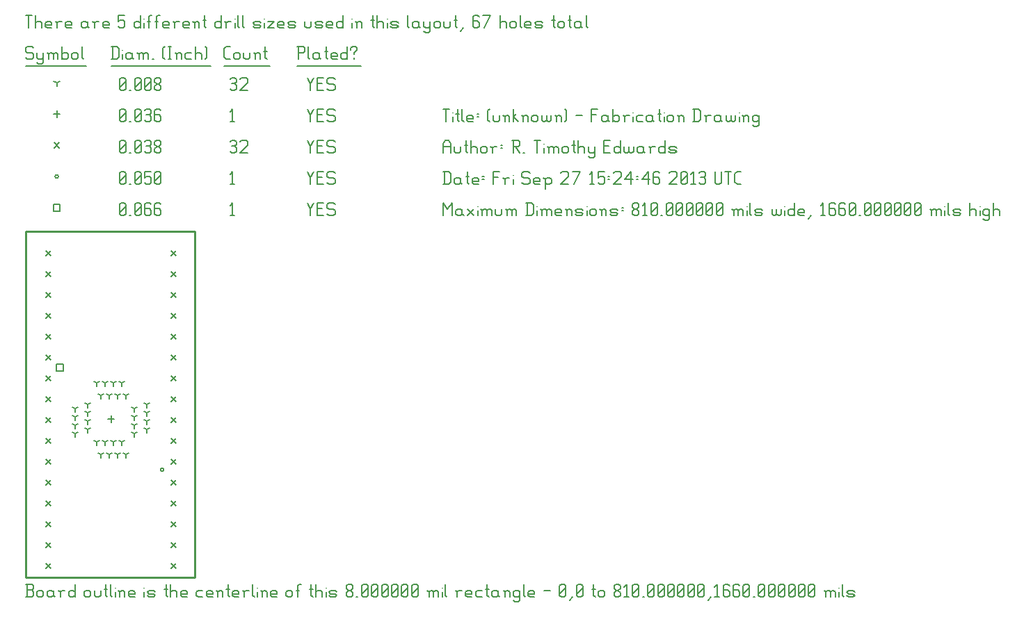
<source format=gbr>
G04 start of page 8 for group -3984 idx -3984 *
G04 Title: (unknown), fab *
G04 Creator: pcb 1.99z *
G04 CreationDate: Fri Sep 27 15:24:46 2013 UTC *
G04 For: tim *
G04 Format: Gerber/RS-274X *
G04 PCB-Dimensions (mil): 810.00 1660.00 *
G04 PCB-Coordinate-Origin: lower left *
%MOIN*%
%FSLAX25Y25*%
%LNFAB*%
%ADD54C,0.0100*%
%ADD53C,0.0075*%
%ADD52C,0.0060*%
%ADD51C,0.0080*%
G54D51*X14900Y102100D02*X18100D01*
X14900D02*Y98900D01*
X18100D01*
Y102100D02*Y98900D01*
X13400Y178850D02*X16600D01*
X13400D02*Y175650D01*
X16600D01*
Y178850D02*Y175650D01*
G54D52*X135000Y179500D02*X136500Y176500D01*
X138000Y179500D01*
X136500Y176500D02*Y173500D01*
X139800Y176800D02*X142050D01*
X139800Y173500D02*X142800D01*
X139800Y179500D02*Y173500D01*
Y179500D02*X142800D01*
X147600D02*X148350Y178750D01*
X145350Y179500D02*X147600D01*
X144600Y178750D02*X145350Y179500D01*
X144600Y178750D02*Y177250D01*
X145350Y176500D01*
X147600D01*
X148350Y175750D01*
Y174250D01*
X147600Y173500D02*X148350Y174250D01*
X145350Y173500D02*X147600D01*
X144600Y174250D02*X145350Y173500D01*
X98000Y178300D02*X99200Y179500D01*
Y173500D01*
X98000D02*X100250D01*
X45000Y174250D02*X45750Y173500D01*
X45000Y178750D02*Y174250D01*
Y178750D02*X45750Y179500D01*
X47250D01*
X48000Y178750D01*
Y174250D01*
X47250Y173500D02*X48000Y174250D01*
X45750Y173500D02*X47250D01*
X45000Y175000D02*X48000Y178000D01*
X49800Y173500D02*X50550D01*
X52350Y174250D02*X53100Y173500D01*
X52350Y178750D02*Y174250D01*
Y178750D02*X53100Y179500D01*
X54600D01*
X55350Y178750D01*
Y174250D01*
X54600Y173500D02*X55350Y174250D01*
X53100Y173500D02*X54600D01*
X52350Y175000D02*X55350Y178000D01*
X59400Y179500D02*X60150Y178750D01*
X57900Y179500D02*X59400D01*
X57150Y178750D02*X57900Y179500D01*
X57150Y178750D02*Y174250D01*
X57900Y173500D01*
X59400Y176800D02*X60150Y176050D01*
X57150Y176800D02*X59400D01*
X57900Y173500D02*X59400D01*
X60150Y174250D01*
Y176050D02*Y174250D01*
X64200Y179500D02*X64950Y178750D01*
X62700Y179500D02*X64200D01*
X61950Y178750D02*X62700Y179500D01*
X61950Y178750D02*Y174250D01*
X62700Y173500D01*
X64200Y176800D02*X64950Y176050D01*
X61950Y176800D02*X64200D01*
X62700Y173500D02*X64200D01*
X64950Y174250D01*
Y176050D02*Y174250D01*
X64700Y51500D02*G75*G03X66300Y51500I800J0D01*G01*
G75*G03X64700Y51500I-800J0D01*G01*
X14200Y192250D02*G75*G03X15800Y192250I800J0D01*G01*
G75*G03X14200Y192250I-800J0D01*G01*
X135000Y194500D02*X136500Y191500D01*
X138000Y194500D01*
X136500Y191500D02*Y188500D01*
X139800Y191800D02*X142050D01*
X139800Y188500D02*X142800D01*
X139800Y194500D02*Y188500D01*
Y194500D02*X142800D01*
X147600D02*X148350Y193750D01*
X145350Y194500D02*X147600D01*
X144600Y193750D02*X145350Y194500D01*
X144600Y193750D02*Y192250D01*
X145350Y191500D01*
X147600D01*
X148350Y190750D01*
Y189250D01*
X147600Y188500D02*X148350Y189250D01*
X145350Y188500D02*X147600D01*
X144600Y189250D02*X145350Y188500D01*
X98000Y193300D02*X99200Y194500D01*
Y188500D01*
X98000D02*X100250D01*
X45000Y189250D02*X45750Y188500D01*
X45000Y193750D02*Y189250D01*
Y193750D02*X45750Y194500D01*
X47250D01*
X48000Y193750D01*
Y189250D01*
X47250Y188500D02*X48000Y189250D01*
X45750Y188500D02*X47250D01*
X45000Y190000D02*X48000Y193000D01*
X49800Y188500D02*X50550D01*
X52350Y189250D02*X53100Y188500D01*
X52350Y193750D02*Y189250D01*
Y193750D02*X53100Y194500D01*
X54600D01*
X55350Y193750D01*
Y189250D01*
X54600Y188500D02*X55350Y189250D01*
X53100Y188500D02*X54600D01*
X52350Y190000D02*X55350Y193000D01*
X57150Y194500D02*X60150D01*
X57150D02*Y191500D01*
X57900Y192250D01*
X59400D01*
X60150Y191500D01*
Y189250D01*
X59400Y188500D02*X60150Y189250D01*
X57900Y188500D02*X59400D01*
X57150Y189250D02*X57900Y188500D01*
X61950Y189250D02*X62700Y188500D01*
X61950Y193750D02*Y189250D01*
Y193750D02*X62700Y194500D01*
X64200D01*
X64950Y193750D01*
Y189250D01*
X64200Y188500D02*X64950Y189250D01*
X62700Y188500D02*X64200D01*
X61950Y190000D02*X64950Y193000D01*
X9800Y156700D02*X12200Y154300D01*
X9800D02*X12200Y156700D01*
X9800Y146700D02*X12200Y144300D01*
X9800D02*X12200Y146700D01*
X9800Y136700D02*X12200Y134300D01*
X9800D02*X12200Y136700D01*
X9800Y126700D02*X12200Y124300D01*
X9800D02*X12200Y126700D01*
X9800Y116700D02*X12200Y114300D01*
X9800D02*X12200Y116700D01*
X9800Y106700D02*X12200Y104300D01*
X9800D02*X12200Y106700D01*
X9800Y96700D02*X12200Y94300D01*
X9800D02*X12200Y96700D01*
X9800Y86700D02*X12200Y84300D01*
X9800D02*X12200Y86700D01*
X9800Y76700D02*X12200Y74300D01*
X9800D02*X12200Y76700D01*
X9800Y66700D02*X12200Y64300D01*
X9800D02*X12200Y66700D01*
X9800Y56700D02*X12200Y54300D01*
X9800D02*X12200Y56700D01*
X9800Y46700D02*X12200Y44300D01*
X9800D02*X12200Y46700D01*
X9800Y36700D02*X12200Y34300D01*
X9800D02*X12200Y36700D01*
X9800Y26700D02*X12200Y24300D01*
X9800D02*X12200Y26700D01*
X9800Y16700D02*X12200Y14300D01*
X9800D02*X12200Y16700D01*
X9800Y6700D02*X12200Y4300D01*
X9800D02*X12200Y6700D01*
X69800D02*X72200Y4300D01*
X69800D02*X72200Y6700D01*
X69800Y16700D02*X72200Y14300D01*
X69800D02*X72200Y16700D01*
X69800Y26700D02*X72200Y24300D01*
X69800D02*X72200Y26700D01*
X69800Y36700D02*X72200Y34300D01*
X69800D02*X72200Y36700D01*
X69800Y46700D02*X72200Y44300D01*
X69800D02*X72200Y46700D01*
X69800Y56700D02*X72200Y54300D01*
X69800D02*X72200Y56700D01*
X69800Y66700D02*X72200Y64300D01*
X69800D02*X72200Y66700D01*
X69800Y76700D02*X72200Y74300D01*
X69800D02*X72200Y76700D01*
X69800Y86700D02*X72200Y84300D01*
X69800D02*X72200Y86700D01*
X69800Y96700D02*X72200Y94300D01*
X69800D02*X72200Y96700D01*
X69800Y106700D02*X72200Y104300D01*
X69800D02*X72200Y106700D01*
X69800Y116700D02*X72200Y114300D01*
X69800D02*X72200Y116700D01*
X69800Y126700D02*X72200Y124300D01*
X69800D02*X72200Y126700D01*
X69800Y136700D02*X72200Y134300D01*
X69800D02*X72200Y136700D01*
X69800Y146700D02*X72200Y144300D01*
X69800D02*X72200Y146700D01*
X69800Y156700D02*X72200Y154300D01*
X69800D02*X72200Y156700D01*
X13800Y208450D02*X16200Y206050D01*
X13800D02*X16200Y208450D01*
X135000Y209500D02*X136500Y206500D01*
X138000Y209500D01*
X136500Y206500D02*Y203500D01*
X139800Y206800D02*X142050D01*
X139800Y203500D02*X142800D01*
X139800Y209500D02*Y203500D01*
Y209500D02*X142800D01*
X147600D02*X148350Y208750D01*
X145350Y209500D02*X147600D01*
X144600Y208750D02*X145350Y209500D01*
X144600Y208750D02*Y207250D01*
X145350Y206500D01*
X147600D01*
X148350Y205750D01*
Y204250D01*
X147600Y203500D02*X148350Y204250D01*
X145350Y203500D02*X147600D01*
X144600Y204250D02*X145350Y203500D01*
X98000Y208750D02*X98750Y209500D01*
X100250D01*
X101000Y208750D01*
X100250Y203500D02*X101000Y204250D01*
X98750Y203500D02*X100250D01*
X98000Y204250D02*X98750Y203500D01*
Y206800D02*X100250D01*
X101000Y208750D02*Y207550D01*
Y206050D02*Y204250D01*
Y206050D02*X100250Y206800D01*
X101000Y207550D02*X100250Y206800D01*
X102800Y208750D02*X103550Y209500D01*
X105800D01*
X106550Y208750D01*
Y207250D01*
X102800Y203500D02*X106550Y207250D01*
X102800Y203500D02*X106550D01*
X45000Y204250D02*X45750Y203500D01*
X45000Y208750D02*Y204250D01*
Y208750D02*X45750Y209500D01*
X47250D01*
X48000Y208750D01*
Y204250D01*
X47250Y203500D02*X48000Y204250D01*
X45750Y203500D02*X47250D01*
X45000Y205000D02*X48000Y208000D01*
X49800Y203500D02*X50550D01*
X52350Y204250D02*X53100Y203500D01*
X52350Y208750D02*Y204250D01*
Y208750D02*X53100Y209500D01*
X54600D01*
X55350Y208750D01*
Y204250D01*
X54600Y203500D02*X55350Y204250D01*
X53100Y203500D02*X54600D01*
X52350Y205000D02*X55350Y208000D01*
X57150Y208750D02*X57900Y209500D01*
X59400D01*
X60150Y208750D01*
X59400Y203500D02*X60150Y204250D01*
X57900Y203500D02*X59400D01*
X57150Y204250D02*X57900Y203500D01*
Y206800D02*X59400D01*
X60150Y208750D02*Y207550D01*
Y206050D02*Y204250D01*
Y206050D02*X59400Y206800D01*
X60150Y207550D02*X59400Y206800D01*
X61950Y204250D02*X62700Y203500D01*
X61950Y205450D02*Y204250D01*
Y205450D02*X63000Y206500D01*
X63900D01*
X64950Y205450D01*
Y204250D01*
X64200Y203500D02*X64950Y204250D01*
X62700Y203500D02*X64200D01*
X61950Y207550D02*X63000Y206500D01*
X61950Y208750D02*Y207550D01*
Y208750D02*X62700Y209500D01*
X64200D01*
X64950Y208750D01*
Y207550D01*
X63900Y206500D02*X64950Y207550D01*
X41000Y77600D02*Y74400D01*
X39400Y76000D02*X42600D01*
X15000Y223850D02*Y220650D01*
X13400Y222250D02*X16600D01*
X135000Y224500D02*X136500Y221500D01*
X138000Y224500D01*
X136500Y221500D02*Y218500D01*
X139800Y221800D02*X142050D01*
X139800Y218500D02*X142800D01*
X139800Y224500D02*Y218500D01*
Y224500D02*X142800D01*
X147600D02*X148350Y223750D01*
X145350Y224500D02*X147600D01*
X144600Y223750D02*X145350Y224500D01*
X144600Y223750D02*Y222250D01*
X145350Y221500D01*
X147600D01*
X148350Y220750D01*
Y219250D01*
X147600Y218500D02*X148350Y219250D01*
X145350Y218500D02*X147600D01*
X144600Y219250D02*X145350Y218500D01*
X98000Y223300D02*X99200Y224500D01*
Y218500D01*
X98000D02*X100250D01*
X45000Y219250D02*X45750Y218500D01*
X45000Y223750D02*Y219250D01*
Y223750D02*X45750Y224500D01*
X47250D01*
X48000Y223750D01*
Y219250D01*
X47250Y218500D02*X48000Y219250D01*
X45750Y218500D02*X47250D01*
X45000Y220000D02*X48000Y223000D01*
X49800Y218500D02*X50550D01*
X52350Y219250D02*X53100Y218500D01*
X52350Y223750D02*Y219250D01*
Y223750D02*X53100Y224500D01*
X54600D01*
X55350Y223750D01*
Y219250D01*
X54600Y218500D02*X55350Y219250D01*
X53100Y218500D02*X54600D01*
X52350Y220000D02*X55350Y223000D01*
X57150Y223750D02*X57900Y224500D01*
X59400D01*
X60150Y223750D01*
X59400Y218500D02*X60150Y219250D01*
X57900Y218500D02*X59400D01*
X57150Y219250D02*X57900Y218500D01*
Y221800D02*X59400D01*
X60150Y223750D02*Y222550D01*
Y221050D02*Y219250D01*
Y221050D02*X59400Y221800D01*
X60150Y222550D02*X59400Y221800D01*
X64200Y224500D02*X64950Y223750D01*
X62700Y224500D02*X64200D01*
X61950Y223750D02*X62700Y224500D01*
X61950Y223750D02*Y219250D01*
X62700Y218500D01*
X64200Y221800D02*X64950Y221050D01*
X61950Y221800D02*X64200D01*
X62700Y218500D02*X64200D01*
X64950Y219250D01*
Y221050D02*Y219250D01*
X29800Y70900D02*Y69300D01*
Y70900D02*X31187Y71700D01*
X29800Y70900D02*X28413Y71700D01*
X29800Y74900D02*Y73300D01*
Y74900D02*X31187Y75700D01*
X29800Y74900D02*X28413Y75700D01*
X29800Y78900D02*Y77300D01*
Y78900D02*X31187Y79700D01*
X29800Y78900D02*X28413Y79700D01*
X29900Y82900D02*Y81300D01*
Y82900D02*X31287Y83700D01*
X29900Y82900D02*X28513Y83700D01*
X23800Y80900D02*Y79300D01*
Y80900D02*X25187Y81700D01*
X23800Y80900D02*X22413Y81700D01*
X23800Y76800D02*Y75200D01*
Y76800D02*X25187Y77600D01*
X23800Y76800D02*X22413Y77600D01*
X23800Y72900D02*Y71300D01*
Y72900D02*X25187Y73700D01*
X23800Y72900D02*X22413Y73700D01*
X23800Y68900D02*Y67300D01*
Y68900D02*X25187Y69700D01*
X23800Y68900D02*X22413Y69700D01*
X52200Y68900D02*Y67300D01*
Y68900D02*X53587Y69700D01*
X52200Y68900D02*X50813Y69700D01*
X52200Y80900D02*Y79300D01*
Y80900D02*X53587Y81700D01*
X52200Y80900D02*X50813Y81700D01*
X52200Y76900D02*Y75300D01*
Y76900D02*X53587Y77700D01*
X52200Y76900D02*X50813Y77700D01*
X52200Y72900D02*Y71300D01*
Y72900D02*X53587Y73700D01*
X52200Y72900D02*X50813Y73700D01*
X58200Y70900D02*Y69300D01*
Y70900D02*X59587Y71700D01*
X58200Y70900D02*X56813Y71700D01*
X58200Y74900D02*Y73300D01*
Y74900D02*X59587Y75700D01*
X58200Y74900D02*X56813Y75700D01*
X58200Y78900D02*Y77300D01*
Y78900D02*X59587Y79700D01*
X58200Y78900D02*X56813Y79700D01*
X58200Y82900D02*Y81300D01*
Y82900D02*X59587Y83700D01*
X58200Y82900D02*X56813Y83700D01*
X48100Y58800D02*Y57200D01*
Y58800D02*X49487Y59600D01*
X48100Y58800D02*X46713Y59600D01*
X44100Y58800D02*Y57200D01*
Y58800D02*X45487Y59600D01*
X44100Y58800D02*X42713Y59600D01*
X40100Y58800D02*Y57200D01*
Y58800D02*X41487Y59600D01*
X40100Y58800D02*X38713Y59600D01*
X36100Y58800D02*Y57200D01*
Y58800D02*X37487Y59600D01*
X36100Y58800D02*X34713Y59600D01*
X46100Y64800D02*Y63200D01*
Y64800D02*X47487Y65600D01*
X46100Y64800D02*X44713Y65600D01*
X42100Y64800D02*Y63200D01*
Y64800D02*X43487Y65600D01*
X42100Y64800D02*X40713Y65600D01*
X38100Y64800D02*Y63200D01*
Y64800D02*X39487Y65600D01*
X38100Y64800D02*X36713Y65600D01*
X34100Y64800D02*Y63200D01*
Y64800D02*X35487Y65600D01*
X34100Y64800D02*X32713Y65600D01*
X48100Y87200D02*Y85600D01*
Y87200D02*X49487Y88000D01*
X48100Y87200D02*X46713Y88000D01*
X36100Y87200D02*Y85600D01*
Y87200D02*X37487Y88000D01*
X36100Y87200D02*X34713Y88000D01*
X40100Y87200D02*Y85600D01*
Y87200D02*X41487Y88000D01*
X40100Y87200D02*X38713Y88000D01*
X44100Y87200D02*Y85600D01*
Y87200D02*X45487Y88000D01*
X44100Y87200D02*X42713Y88000D01*
X46100Y93200D02*Y91600D01*
Y93200D02*X47487Y94000D01*
X46100Y93200D02*X44713Y94000D01*
X42100Y93200D02*Y91600D01*
Y93200D02*X43487Y94000D01*
X42100Y93200D02*X40713Y94000D01*
X38100Y93200D02*Y91600D01*
Y93200D02*X39487Y94000D01*
X38100Y93200D02*X36713Y94000D01*
X34100Y93200D02*Y91600D01*
Y93200D02*X35487Y94000D01*
X34100Y93200D02*X32713Y94000D01*
X15000Y237250D02*Y235650D01*
Y237250D02*X16387Y238050D01*
X15000Y237250D02*X13613Y238050D01*
X135000Y239500D02*X136500Y236500D01*
X138000Y239500D01*
X136500Y236500D02*Y233500D01*
X139800Y236800D02*X142050D01*
X139800Y233500D02*X142800D01*
X139800Y239500D02*Y233500D01*
Y239500D02*X142800D01*
X147600D02*X148350Y238750D01*
X145350Y239500D02*X147600D01*
X144600Y238750D02*X145350Y239500D01*
X144600Y238750D02*Y237250D01*
X145350Y236500D01*
X147600D01*
X148350Y235750D01*
Y234250D01*
X147600Y233500D02*X148350Y234250D01*
X145350Y233500D02*X147600D01*
X144600Y234250D02*X145350Y233500D01*
X98000Y238750D02*X98750Y239500D01*
X100250D01*
X101000Y238750D01*
X100250Y233500D02*X101000Y234250D01*
X98750Y233500D02*X100250D01*
X98000Y234250D02*X98750Y233500D01*
Y236800D02*X100250D01*
X101000Y238750D02*Y237550D01*
Y236050D02*Y234250D01*
Y236050D02*X100250Y236800D01*
X101000Y237550D02*X100250Y236800D01*
X102800Y238750D02*X103550Y239500D01*
X105800D01*
X106550Y238750D01*
Y237250D01*
X102800Y233500D02*X106550Y237250D01*
X102800Y233500D02*X106550D01*
X45000Y234250D02*X45750Y233500D01*
X45000Y238750D02*Y234250D01*
Y238750D02*X45750Y239500D01*
X47250D01*
X48000Y238750D01*
Y234250D01*
X47250Y233500D02*X48000Y234250D01*
X45750Y233500D02*X47250D01*
X45000Y235000D02*X48000Y238000D01*
X49800Y233500D02*X50550D01*
X52350Y234250D02*X53100Y233500D01*
X52350Y238750D02*Y234250D01*
Y238750D02*X53100Y239500D01*
X54600D01*
X55350Y238750D01*
Y234250D01*
X54600Y233500D02*X55350Y234250D01*
X53100Y233500D02*X54600D01*
X52350Y235000D02*X55350Y238000D01*
X57150Y234250D02*X57900Y233500D01*
X57150Y238750D02*Y234250D01*
Y238750D02*X57900Y239500D01*
X59400D01*
X60150Y238750D01*
Y234250D01*
X59400Y233500D02*X60150Y234250D01*
X57900Y233500D02*X59400D01*
X57150Y235000D02*X60150Y238000D01*
X61950Y234250D02*X62700Y233500D01*
X61950Y235450D02*Y234250D01*
Y235450D02*X63000Y236500D01*
X63900D01*
X64950Y235450D01*
Y234250D01*
X64200Y233500D02*X64950Y234250D01*
X62700Y233500D02*X64200D01*
X61950Y237550D02*X63000Y236500D01*
X61950Y238750D02*Y237550D01*
Y238750D02*X62700Y239500D01*
X64200D01*
X64950Y238750D01*
Y237550D01*
X63900Y236500D02*X64950Y237550D01*
X3000Y254500D02*X3750Y253750D01*
X750Y254500D02*X3000D01*
X0Y253750D02*X750Y254500D01*
X0Y253750D02*Y252250D01*
X750Y251500D01*
X3000D01*
X3750Y250750D01*
Y249250D01*
X3000Y248500D02*X3750Y249250D01*
X750Y248500D02*X3000D01*
X0Y249250D02*X750Y248500D01*
X5550Y251500D02*Y249250D01*
X6300Y248500D01*
X8550Y251500D02*Y247000D01*
X7800Y246250D02*X8550Y247000D01*
X6300Y246250D02*X7800D01*
X5550Y247000D02*X6300Y246250D01*
Y248500D02*X7800D01*
X8550Y249250D01*
X11100Y250750D02*Y248500D01*
Y250750D02*X11850Y251500D01*
X12600D01*
X13350Y250750D01*
Y248500D01*
Y250750D02*X14100Y251500D01*
X14850D01*
X15600Y250750D01*
Y248500D01*
X10350Y251500D02*X11100Y250750D01*
X17400Y254500D02*Y248500D01*
Y249250D02*X18150Y248500D01*
X19650D01*
X20400Y249250D01*
Y250750D02*Y249250D01*
X19650Y251500D02*X20400Y250750D01*
X18150Y251500D02*X19650D01*
X17400Y250750D02*X18150Y251500D01*
X22200Y250750D02*Y249250D01*
Y250750D02*X22950Y251500D01*
X24450D01*
X25200Y250750D01*
Y249250D01*
X24450Y248500D02*X25200Y249250D01*
X22950Y248500D02*X24450D01*
X22200Y249250D02*X22950Y248500D01*
X27000Y254500D02*Y249250D01*
X27750Y248500D01*
X0Y245250D02*X29250D01*
X41750Y254500D02*Y248500D01*
X43700Y254500D02*X44750Y253450D01*
Y249550D01*
X43700Y248500D02*X44750Y249550D01*
X41000Y248500D02*X43700D01*
X41000Y254500D02*X43700D01*
G54D53*X46550Y253000D02*Y252850D01*
G54D52*Y250750D02*Y248500D01*
X50300Y251500D02*X51050Y250750D01*
X48800Y251500D02*X50300D01*
X48050Y250750D02*X48800Y251500D01*
X48050Y250750D02*Y249250D01*
X48800Y248500D01*
X51050Y251500D02*Y249250D01*
X51800Y248500D01*
X48800D02*X50300D01*
X51050Y249250D01*
X54350Y250750D02*Y248500D01*
Y250750D02*X55100Y251500D01*
X55850D01*
X56600Y250750D01*
Y248500D01*
Y250750D02*X57350Y251500D01*
X58100D01*
X58850Y250750D01*
Y248500D01*
X53600Y251500D02*X54350Y250750D01*
X60650Y248500D02*X61400D01*
X65900Y249250D02*X66650Y248500D01*
X65900Y253750D02*X66650Y254500D01*
X65900Y253750D02*Y249250D01*
X68450Y254500D02*X69950D01*
X69200D02*Y248500D01*
X68450D02*X69950D01*
X72500Y250750D02*Y248500D01*
Y250750D02*X73250Y251500D01*
X74000D01*
X74750Y250750D01*
Y248500D01*
X71750Y251500D02*X72500Y250750D01*
X77300Y251500D02*X79550D01*
X76550Y250750D02*X77300Y251500D01*
X76550Y250750D02*Y249250D01*
X77300Y248500D01*
X79550D01*
X81350Y254500D02*Y248500D01*
Y250750D02*X82100Y251500D01*
X83600D01*
X84350Y250750D01*
Y248500D01*
X86150Y254500D02*X86900Y253750D01*
Y249250D01*
X86150Y248500D02*X86900Y249250D01*
X41000Y245250D02*X88700D01*
X96050Y248500D02*X98000D01*
X95000Y249550D02*X96050Y248500D01*
X95000Y253450D02*Y249550D01*
Y253450D02*X96050Y254500D01*
X98000D01*
X99800Y250750D02*Y249250D01*
Y250750D02*X100550Y251500D01*
X102050D01*
X102800Y250750D01*
Y249250D01*
X102050Y248500D02*X102800Y249250D01*
X100550Y248500D02*X102050D01*
X99800Y249250D02*X100550Y248500D01*
X104600Y251500D02*Y249250D01*
X105350Y248500D01*
X106850D01*
X107600Y249250D01*
Y251500D02*Y249250D01*
X110150Y250750D02*Y248500D01*
Y250750D02*X110900Y251500D01*
X111650D01*
X112400Y250750D01*
Y248500D01*
X109400Y251500D02*X110150Y250750D01*
X114950Y254500D02*Y249250D01*
X115700Y248500D01*
X114200Y252250D02*X115700D01*
X95000Y245250D02*X117200D01*
X130750Y254500D02*Y248500D01*
X130000Y254500D02*X133000D01*
X133750Y253750D01*
Y252250D01*
X133000Y251500D02*X133750Y252250D01*
X130750Y251500D02*X133000D01*
X135550Y254500D02*Y249250D01*
X136300Y248500D01*
X140050Y251500D02*X140800Y250750D01*
X138550Y251500D02*X140050D01*
X137800Y250750D02*X138550Y251500D01*
X137800Y250750D02*Y249250D01*
X138550Y248500D01*
X140800Y251500D02*Y249250D01*
X141550Y248500D01*
X138550D02*X140050D01*
X140800Y249250D01*
X144100Y254500D02*Y249250D01*
X144850Y248500D01*
X143350Y252250D02*X144850D01*
X147100Y248500D02*X149350D01*
X146350Y249250D02*X147100Y248500D01*
X146350Y250750D02*Y249250D01*
Y250750D02*X147100Y251500D01*
X148600D01*
X149350Y250750D01*
X146350Y250000D02*X149350D01*
Y250750D02*Y250000D01*
X154150Y254500D02*Y248500D01*
X153400D02*X154150Y249250D01*
X151900Y248500D02*X153400D01*
X151150Y249250D02*X151900Y248500D01*
X151150Y250750D02*Y249250D01*
Y250750D02*X151900Y251500D01*
X153400D01*
X154150Y250750D01*
X157450Y251500D02*Y250750D01*
Y249250D02*Y248500D01*
X155950Y253750D02*Y253000D01*
Y253750D02*X156700Y254500D01*
X158200D01*
X158950Y253750D01*
Y253000D01*
X157450Y251500D02*X158950Y253000D01*
X130000Y245250D02*X160750D01*
X0Y269500D02*X3000D01*
X1500D02*Y263500D01*
X4800Y269500D02*Y263500D01*
Y265750D02*X5550Y266500D01*
X7050D01*
X7800Y265750D01*
Y263500D01*
X10350D02*X12600D01*
X9600Y264250D02*X10350Y263500D01*
X9600Y265750D02*Y264250D01*
Y265750D02*X10350Y266500D01*
X11850D01*
X12600Y265750D01*
X9600Y265000D02*X12600D01*
Y265750D02*Y265000D01*
X15150Y265750D02*Y263500D01*
Y265750D02*X15900Y266500D01*
X17400D01*
X14400D02*X15150Y265750D01*
X19950Y263500D02*X22200D01*
X19200Y264250D02*X19950Y263500D01*
X19200Y265750D02*Y264250D01*
Y265750D02*X19950Y266500D01*
X21450D01*
X22200Y265750D01*
X19200Y265000D02*X22200D01*
Y265750D02*Y265000D01*
X28950Y266500D02*X29700Y265750D01*
X27450Y266500D02*X28950D01*
X26700Y265750D02*X27450Y266500D01*
X26700Y265750D02*Y264250D01*
X27450Y263500D01*
X29700Y266500D02*Y264250D01*
X30450Y263500D01*
X27450D02*X28950D01*
X29700Y264250D01*
X33000Y265750D02*Y263500D01*
Y265750D02*X33750Y266500D01*
X35250D01*
X32250D02*X33000Y265750D01*
X37800Y263500D02*X40050D01*
X37050Y264250D02*X37800Y263500D01*
X37050Y265750D02*Y264250D01*
Y265750D02*X37800Y266500D01*
X39300D01*
X40050Y265750D01*
X37050Y265000D02*X40050D01*
Y265750D02*Y265000D01*
X44550Y269500D02*X47550D01*
X44550D02*Y266500D01*
X45300Y267250D01*
X46800D01*
X47550Y266500D01*
Y264250D01*
X46800Y263500D02*X47550Y264250D01*
X45300Y263500D02*X46800D01*
X44550Y264250D02*X45300Y263500D01*
X55050Y269500D02*Y263500D01*
X54300D02*X55050Y264250D01*
X52800Y263500D02*X54300D01*
X52050Y264250D02*X52800Y263500D01*
X52050Y265750D02*Y264250D01*
Y265750D02*X52800Y266500D01*
X54300D01*
X55050Y265750D01*
G54D53*X56850Y268000D02*Y267850D01*
G54D52*Y265750D02*Y263500D01*
X59100Y268750D02*Y263500D01*
Y268750D02*X59850Y269500D01*
X60600D01*
X58350Y266500D02*X59850D01*
X62850Y268750D02*Y263500D01*
Y268750D02*X63600Y269500D01*
X64350D01*
X62100Y266500D02*X63600D01*
X66600Y263500D02*X68850D01*
X65850Y264250D02*X66600Y263500D01*
X65850Y265750D02*Y264250D01*
Y265750D02*X66600Y266500D01*
X68100D01*
X68850Y265750D01*
X65850Y265000D02*X68850D01*
Y265750D02*Y265000D01*
X71400Y265750D02*Y263500D01*
Y265750D02*X72150Y266500D01*
X73650D01*
X70650D02*X71400Y265750D01*
X76200Y263500D02*X78450D01*
X75450Y264250D02*X76200Y263500D01*
X75450Y265750D02*Y264250D01*
Y265750D02*X76200Y266500D01*
X77700D01*
X78450Y265750D01*
X75450Y265000D02*X78450D01*
Y265750D02*Y265000D01*
X81000Y265750D02*Y263500D01*
Y265750D02*X81750Y266500D01*
X82500D01*
X83250Y265750D01*
Y263500D01*
X80250Y266500D02*X81000Y265750D01*
X85800Y269500D02*Y264250D01*
X86550Y263500D01*
X85050Y267250D02*X86550D01*
X93750Y269500D02*Y263500D01*
X93000D02*X93750Y264250D01*
X91500Y263500D02*X93000D01*
X90750Y264250D02*X91500Y263500D01*
X90750Y265750D02*Y264250D01*
Y265750D02*X91500Y266500D01*
X93000D01*
X93750Y265750D01*
X96300D02*Y263500D01*
Y265750D02*X97050Y266500D01*
X98550D01*
X95550D02*X96300Y265750D01*
G54D53*X100350Y268000D02*Y267850D01*
G54D52*Y265750D02*Y263500D01*
X101850Y269500D02*Y264250D01*
X102600Y263500D01*
X104100Y269500D02*Y264250D01*
X104850Y263500D01*
X109800D02*X112050D01*
X112800Y264250D01*
X112050Y265000D02*X112800Y264250D01*
X109800Y265000D02*X112050D01*
X109050Y265750D02*X109800Y265000D01*
X109050Y265750D02*X109800Y266500D01*
X112050D01*
X112800Y265750D01*
X109050Y264250D02*X109800Y263500D01*
G54D53*X114600Y268000D02*Y267850D01*
G54D52*Y265750D02*Y263500D01*
X116100Y266500D02*X119100D01*
X116100Y263500D02*X119100Y266500D01*
X116100Y263500D02*X119100D01*
X121650D02*X123900D01*
X120900Y264250D02*X121650Y263500D01*
X120900Y265750D02*Y264250D01*
Y265750D02*X121650Y266500D01*
X123150D01*
X123900Y265750D01*
X120900Y265000D02*X123900D01*
Y265750D02*Y265000D01*
X126450Y263500D02*X128700D01*
X129450Y264250D01*
X128700Y265000D02*X129450Y264250D01*
X126450Y265000D02*X128700D01*
X125700Y265750D02*X126450Y265000D01*
X125700Y265750D02*X126450Y266500D01*
X128700D01*
X129450Y265750D01*
X125700Y264250D02*X126450Y263500D01*
X133950Y266500D02*Y264250D01*
X134700Y263500D01*
X136200D01*
X136950Y264250D01*
Y266500D02*Y264250D01*
X139500Y263500D02*X141750D01*
X142500Y264250D01*
X141750Y265000D02*X142500Y264250D01*
X139500Y265000D02*X141750D01*
X138750Y265750D02*X139500Y265000D01*
X138750Y265750D02*X139500Y266500D01*
X141750D01*
X142500Y265750D01*
X138750Y264250D02*X139500Y263500D01*
X145050D02*X147300D01*
X144300Y264250D02*X145050Y263500D01*
X144300Y265750D02*Y264250D01*
Y265750D02*X145050Y266500D01*
X146550D01*
X147300Y265750D01*
X144300Y265000D02*X147300D01*
Y265750D02*Y265000D01*
X152100Y269500D02*Y263500D01*
X151350D02*X152100Y264250D01*
X149850Y263500D02*X151350D01*
X149100Y264250D02*X149850Y263500D01*
X149100Y265750D02*Y264250D01*
Y265750D02*X149850Y266500D01*
X151350D01*
X152100Y265750D01*
G54D53*X156600Y268000D02*Y267850D01*
G54D52*Y265750D02*Y263500D01*
X158850Y265750D02*Y263500D01*
Y265750D02*X159600Y266500D01*
X160350D01*
X161100Y265750D01*
Y263500D01*
X158100Y266500D02*X158850Y265750D01*
X166350Y269500D02*Y264250D01*
X167100Y263500D01*
X165600Y267250D02*X167100D01*
X168600Y269500D02*Y263500D01*
Y265750D02*X169350Y266500D01*
X170850D01*
X171600Y265750D01*
Y263500D01*
G54D53*X173400Y268000D02*Y267850D01*
G54D52*Y265750D02*Y263500D01*
X175650D02*X177900D01*
X178650Y264250D01*
X177900Y265000D02*X178650Y264250D01*
X175650Y265000D02*X177900D01*
X174900Y265750D02*X175650Y265000D01*
X174900Y265750D02*X175650Y266500D01*
X177900D01*
X178650Y265750D01*
X174900Y264250D02*X175650Y263500D01*
X183150Y269500D02*Y264250D01*
X183900Y263500D01*
X187650Y266500D02*X188400Y265750D01*
X186150Y266500D02*X187650D01*
X185400Y265750D02*X186150Y266500D01*
X185400Y265750D02*Y264250D01*
X186150Y263500D01*
X188400Y266500D02*Y264250D01*
X189150Y263500D01*
X186150D02*X187650D01*
X188400Y264250D01*
X190950Y266500D02*Y264250D01*
X191700Y263500D01*
X193950Y266500D02*Y262000D01*
X193200Y261250D02*X193950Y262000D01*
X191700Y261250D02*X193200D01*
X190950Y262000D02*X191700Y261250D01*
Y263500D02*X193200D01*
X193950Y264250D01*
X195750Y265750D02*Y264250D01*
Y265750D02*X196500Y266500D01*
X198000D01*
X198750Y265750D01*
Y264250D01*
X198000Y263500D02*X198750Y264250D01*
X196500Y263500D02*X198000D01*
X195750Y264250D02*X196500Y263500D01*
X200550Y266500D02*Y264250D01*
X201300Y263500D01*
X202800D01*
X203550Y264250D01*
Y266500D02*Y264250D01*
X206100Y269500D02*Y264250D01*
X206850Y263500D01*
X205350Y267250D02*X206850D01*
X208350Y262000D02*X209850Y263500D01*
X216600Y269500D02*X217350Y268750D01*
X215100Y269500D02*X216600D01*
X214350Y268750D02*X215100Y269500D01*
X214350Y268750D02*Y264250D01*
X215100Y263500D01*
X216600Y266800D02*X217350Y266050D01*
X214350Y266800D02*X216600D01*
X215100Y263500D02*X216600D01*
X217350Y264250D01*
Y266050D02*Y264250D01*
X219900Y263500D02*X222900Y269500D01*
X219150D02*X222900D01*
X227400D02*Y263500D01*
Y265750D02*X228150Y266500D01*
X229650D01*
X230400Y265750D01*
Y263500D01*
X232200Y265750D02*Y264250D01*
Y265750D02*X232950Y266500D01*
X234450D01*
X235200Y265750D01*
Y264250D01*
X234450Y263500D02*X235200Y264250D01*
X232950Y263500D02*X234450D01*
X232200Y264250D02*X232950Y263500D01*
X237000Y269500D02*Y264250D01*
X237750Y263500D01*
X240000D02*X242250D01*
X239250Y264250D02*X240000Y263500D01*
X239250Y265750D02*Y264250D01*
Y265750D02*X240000Y266500D01*
X241500D01*
X242250Y265750D01*
X239250Y265000D02*X242250D01*
Y265750D02*Y265000D01*
X244800Y263500D02*X247050D01*
X247800Y264250D01*
X247050Y265000D02*X247800Y264250D01*
X244800Y265000D02*X247050D01*
X244050Y265750D02*X244800Y265000D01*
X244050Y265750D02*X244800Y266500D01*
X247050D01*
X247800Y265750D01*
X244050Y264250D02*X244800Y263500D01*
X253050Y269500D02*Y264250D01*
X253800Y263500D01*
X252300Y267250D02*X253800D01*
X255300Y265750D02*Y264250D01*
Y265750D02*X256050Y266500D01*
X257550D01*
X258300Y265750D01*
Y264250D01*
X257550Y263500D02*X258300Y264250D01*
X256050Y263500D02*X257550D01*
X255300Y264250D02*X256050Y263500D01*
X260850Y269500D02*Y264250D01*
X261600Y263500D01*
X260100Y267250D02*X261600D01*
X265350Y266500D02*X266100Y265750D01*
X263850Y266500D02*X265350D01*
X263100Y265750D02*X263850Y266500D01*
X263100Y265750D02*Y264250D01*
X263850Y263500D01*
X266100Y266500D02*Y264250D01*
X266850Y263500D01*
X263850D02*X265350D01*
X266100Y264250D01*
X268650Y269500D02*Y264250D01*
X269400Y263500D01*
G54D54*X0Y166000D02*X81000D01*
X0D02*Y0D01*
X81000Y166000D02*Y0D01*
X0D02*X81000D01*
G54D52*X200000Y179500D02*Y173500D01*
Y179500D02*X202250Y176500D01*
X204500Y179500D01*
Y173500D01*
X208550Y176500D02*X209300Y175750D01*
X207050Y176500D02*X208550D01*
X206300Y175750D02*X207050Y176500D01*
X206300Y175750D02*Y174250D01*
X207050Y173500D01*
X209300Y176500D02*Y174250D01*
X210050Y173500D01*
X207050D02*X208550D01*
X209300Y174250D01*
X211850Y176500D02*X214850Y173500D01*
X211850D02*X214850Y176500D01*
G54D53*X216650Y178000D02*Y177850D01*
G54D52*Y175750D02*Y173500D01*
X218900Y175750D02*Y173500D01*
Y175750D02*X219650Y176500D01*
X220400D01*
X221150Y175750D01*
Y173500D01*
Y175750D02*X221900Y176500D01*
X222650D01*
X223400Y175750D01*
Y173500D01*
X218150Y176500D02*X218900Y175750D01*
X225200Y176500D02*Y174250D01*
X225950Y173500D01*
X227450D01*
X228200Y174250D01*
Y176500D02*Y174250D01*
X230750Y175750D02*Y173500D01*
Y175750D02*X231500Y176500D01*
X232250D01*
X233000Y175750D01*
Y173500D01*
Y175750D02*X233750Y176500D01*
X234500D01*
X235250Y175750D01*
Y173500D01*
X230000Y176500D02*X230750Y175750D01*
X240500Y179500D02*Y173500D01*
X242450Y179500D02*X243500Y178450D01*
Y174550D01*
X242450Y173500D02*X243500Y174550D01*
X239750Y173500D02*X242450D01*
X239750Y179500D02*X242450D01*
G54D53*X245300Y178000D02*Y177850D01*
G54D52*Y175750D02*Y173500D01*
X247550Y175750D02*Y173500D01*
Y175750D02*X248300Y176500D01*
X249050D01*
X249800Y175750D01*
Y173500D01*
Y175750D02*X250550Y176500D01*
X251300D01*
X252050Y175750D01*
Y173500D01*
X246800Y176500D02*X247550Y175750D01*
X254600Y173500D02*X256850D01*
X253850Y174250D02*X254600Y173500D01*
X253850Y175750D02*Y174250D01*
Y175750D02*X254600Y176500D01*
X256100D01*
X256850Y175750D01*
X253850Y175000D02*X256850D01*
Y175750D02*Y175000D01*
X259400Y175750D02*Y173500D01*
Y175750D02*X260150Y176500D01*
X260900D01*
X261650Y175750D01*
Y173500D01*
X258650Y176500D02*X259400Y175750D01*
X264200Y173500D02*X266450D01*
X267200Y174250D01*
X266450Y175000D02*X267200Y174250D01*
X264200Y175000D02*X266450D01*
X263450Y175750D02*X264200Y175000D01*
X263450Y175750D02*X264200Y176500D01*
X266450D01*
X267200Y175750D01*
X263450Y174250D02*X264200Y173500D01*
G54D53*X269000Y178000D02*Y177850D01*
G54D52*Y175750D02*Y173500D01*
X270500Y175750D02*Y174250D01*
Y175750D02*X271250Y176500D01*
X272750D01*
X273500Y175750D01*
Y174250D01*
X272750Y173500D02*X273500Y174250D01*
X271250Y173500D02*X272750D01*
X270500Y174250D02*X271250Y173500D01*
X276050Y175750D02*Y173500D01*
Y175750D02*X276800Y176500D01*
X277550D01*
X278300Y175750D01*
Y173500D01*
X275300Y176500D02*X276050Y175750D01*
X280850Y173500D02*X283100D01*
X283850Y174250D01*
X283100Y175000D02*X283850Y174250D01*
X280850Y175000D02*X283100D01*
X280100Y175750D02*X280850Y175000D01*
X280100Y175750D02*X280850Y176500D01*
X283100D01*
X283850Y175750D01*
X280100Y174250D02*X280850Y173500D01*
X285650Y177250D02*X286400D01*
X285650Y175750D02*X286400D01*
X290900Y174250D02*X291650Y173500D01*
X290900Y175450D02*Y174250D01*
Y175450D02*X291950Y176500D01*
X292850D01*
X293900Y175450D01*
Y174250D01*
X293150Y173500D02*X293900Y174250D01*
X291650Y173500D02*X293150D01*
X290900Y177550D02*X291950Y176500D01*
X290900Y178750D02*Y177550D01*
Y178750D02*X291650Y179500D01*
X293150D01*
X293900Y178750D01*
Y177550D01*
X292850Y176500D02*X293900Y177550D01*
X295700Y178300D02*X296900Y179500D01*
Y173500D01*
X295700D02*X297950D01*
X299750Y174250D02*X300500Y173500D01*
X299750Y178750D02*Y174250D01*
Y178750D02*X300500Y179500D01*
X302000D01*
X302750Y178750D01*
Y174250D01*
X302000Y173500D02*X302750Y174250D01*
X300500Y173500D02*X302000D01*
X299750Y175000D02*X302750Y178000D01*
X304550Y173500D02*X305300D01*
X307100Y174250D02*X307850Y173500D01*
X307100Y178750D02*Y174250D01*
Y178750D02*X307850Y179500D01*
X309350D01*
X310100Y178750D01*
Y174250D01*
X309350Y173500D02*X310100Y174250D01*
X307850Y173500D02*X309350D01*
X307100Y175000D02*X310100Y178000D01*
X311900Y174250D02*X312650Y173500D01*
X311900Y178750D02*Y174250D01*
Y178750D02*X312650Y179500D01*
X314150D01*
X314900Y178750D01*
Y174250D01*
X314150Y173500D02*X314900Y174250D01*
X312650Y173500D02*X314150D01*
X311900Y175000D02*X314900Y178000D01*
X316700Y174250D02*X317450Y173500D01*
X316700Y178750D02*Y174250D01*
Y178750D02*X317450Y179500D01*
X318950D01*
X319700Y178750D01*
Y174250D01*
X318950Y173500D02*X319700Y174250D01*
X317450Y173500D02*X318950D01*
X316700Y175000D02*X319700Y178000D01*
X321500Y174250D02*X322250Y173500D01*
X321500Y178750D02*Y174250D01*
Y178750D02*X322250Y179500D01*
X323750D01*
X324500Y178750D01*
Y174250D01*
X323750Y173500D02*X324500Y174250D01*
X322250Y173500D02*X323750D01*
X321500Y175000D02*X324500Y178000D01*
X326300Y174250D02*X327050Y173500D01*
X326300Y178750D02*Y174250D01*
Y178750D02*X327050Y179500D01*
X328550D01*
X329300Y178750D01*
Y174250D01*
X328550Y173500D02*X329300Y174250D01*
X327050Y173500D02*X328550D01*
X326300Y175000D02*X329300Y178000D01*
X331100Y174250D02*X331850Y173500D01*
X331100Y178750D02*Y174250D01*
Y178750D02*X331850Y179500D01*
X333350D01*
X334100Y178750D01*
Y174250D01*
X333350Y173500D02*X334100Y174250D01*
X331850Y173500D02*X333350D01*
X331100Y175000D02*X334100Y178000D01*
X339350Y175750D02*Y173500D01*
Y175750D02*X340100Y176500D01*
X340850D01*
X341600Y175750D01*
Y173500D01*
Y175750D02*X342350Y176500D01*
X343100D01*
X343850Y175750D01*
Y173500D01*
X338600Y176500D02*X339350Y175750D01*
G54D53*X345650Y178000D02*Y177850D01*
G54D52*Y175750D02*Y173500D01*
X347150Y179500D02*Y174250D01*
X347900Y173500D01*
X350150D02*X352400D01*
X353150Y174250D01*
X352400Y175000D02*X353150Y174250D01*
X350150Y175000D02*X352400D01*
X349400Y175750D02*X350150Y175000D01*
X349400Y175750D02*X350150Y176500D01*
X352400D01*
X353150Y175750D01*
X349400Y174250D02*X350150Y173500D01*
X357650Y176500D02*Y174250D01*
X358400Y173500D01*
X359150D01*
X359900Y174250D01*
Y176500D02*Y174250D01*
X360650Y173500D01*
X361400D01*
X362150Y174250D01*
Y176500D02*Y174250D01*
G54D53*X363950Y178000D02*Y177850D01*
G54D52*Y175750D02*Y173500D01*
X368450Y179500D02*Y173500D01*
X367700D02*X368450Y174250D01*
X366200Y173500D02*X367700D01*
X365450Y174250D02*X366200Y173500D01*
X365450Y175750D02*Y174250D01*
Y175750D02*X366200Y176500D01*
X367700D01*
X368450Y175750D01*
X371000Y173500D02*X373250D01*
X370250Y174250D02*X371000Y173500D01*
X370250Y175750D02*Y174250D01*
Y175750D02*X371000Y176500D01*
X372500D01*
X373250Y175750D01*
X370250Y175000D02*X373250D01*
Y175750D02*Y175000D01*
X375050Y172000D02*X376550Y173500D01*
X381050Y178300D02*X382250Y179500D01*
Y173500D01*
X381050D02*X383300D01*
X387350Y179500D02*X388100Y178750D01*
X385850Y179500D02*X387350D01*
X385100Y178750D02*X385850Y179500D01*
X385100Y178750D02*Y174250D01*
X385850Y173500D01*
X387350Y176800D02*X388100Y176050D01*
X385100Y176800D02*X387350D01*
X385850Y173500D02*X387350D01*
X388100Y174250D01*
Y176050D02*Y174250D01*
X392150Y179500D02*X392900Y178750D01*
X390650Y179500D02*X392150D01*
X389900Y178750D02*X390650Y179500D01*
X389900Y178750D02*Y174250D01*
X390650Y173500D01*
X392150Y176800D02*X392900Y176050D01*
X389900Y176800D02*X392150D01*
X390650Y173500D02*X392150D01*
X392900Y174250D01*
Y176050D02*Y174250D01*
X394700D02*X395450Y173500D01*
X394700Y178750D02*Y174250D01*
Y178750D02*X395450Y179500D01*
X396950D01*
X397700Y178750D01*
Y174250D01*
X396950Y173500D02*X397700Y174250D01*
X395450Y173500D02*X396950D01*
X394700Y175000D02*X397700Y178000D01*
X399500Y173500D02*X400250D01*
X402050Y174250D02*X402800Y173500D01*
X402050Y178750D02*Y174250D01*
Y178750D02*X402800Y179500D01*
X404300D01*
X405050Y178750D01*
Y174250D01*
X404300Y173500D02*X405050Y174250D01*
X402800Y173500D02*X404300D01*
X402050Y175000D02*X405050Y178000D01*
X406850Y174250D02*X407600Y173500D01*
X406850Y178750D02*Y174250D01*
Y178750D02*X407600Y179500D01*
X409100D01*
X409850Y178750D01*
Y174250D01*
X409100Y173500D02*X409850Y174250D01*
X407600Y173500D02*X409100D01*
X406850Y175000D02*X409850Y178000D01*
X411650Y174250D02*X412400Y173500D01*
X411650Y178750D02*Y174250D01*
Y178750D02*X412400Y179500D01*
X413900D01*
X414650Y178750D01*
Y174250D01*
X413900Y173500D02*X414650Y174250D01*
X412400Y173500D02*X413900D01*
X411650Y175000D02*X414650Y178000D01*
X416450Y174250D02*X417200Y173500D01*
X416450Y178750D02*Y174250D01*
Y178750D02*X417200Y179500D01*
X418700D01*
X419450Y178750D01*
Y174250D01*
X418700Y173500D02*X419450Y174250D01*
X417200Y173500D02*X418700D01*
X416450Y175000D02*X419450Y178000D01*
X421250Y174250D02*X422000Y173500D01*
X421250Y178750D02*Y174250D01*
Y178750D02*X422000Y179500D01*
X423500D01*
X424250Y178750D01*
Y174250D01*
X423500Y173500D02*X424250Y174250D01*
X422000Y173500D02*X423500D01*
X421250Y175000D02*X424250Y178000D01*
X426050Y174250D02*X426800Y173500D01*
X426050Y178750D02*Y174250D01*
Y178750D02*X426800Y179500D01*
X428300D01*
X429050Y178750D01*
Y174250D01*
X428300Y173500D02*X429050Y174250D01*
X426800Y173500D02*X428300D01*
X426050Y175000D02*X429050Y178000D01*
X434300Y175750D02*Y173500D01*
Y175750D02*X435050Y176500D01*
X435800D01*
X436550Y175750D01*
Y173500D01*
Y175750D02*X437300Y176500D01*
X438050D01*
X438800Y175750D01*
Y173500D01*
X433550Y176500D02*X434300Y175750D01*
G54D53*X440600Y178000D02*Y177850D01*
G54D52*Y175750D02*Y173500D01*
X442100Y179500D02*Y174250D01*
X442850Y173500D01*
X445100D02*X447350D01*
X448100Y174250D01*
X447350Y175000D02*X448100Y174250D01*
X445100Y175000D02*X447350D01*
X444350Y175750D02*X445100Y175000D01*
X444350Y175750D02*X445100Y176500D01*
X447350D01*
X448100Y175750D01*
X444350Y174250D02*X445100Y173500D01*
X452600Y179500D02*Y173500D01*
Y175750D02*X453350Y176500D01*
X454850D01*
X455600Y175750D01*
Y173500D01*
G54D53*X457400Y178000D02*Y177850D01*
G54D52*Y175750D02*Y173500D01*
X461150Y176500D02*X461900Y175750D01*
X459650Y176500D02*X461150D01*
X458900Y175750D02*X459650Y176500D01*
X458900Y175750D02*Y174250D01*
X459650Y173500D01*
X461150D01*
X461900Y174250D01*
X458900Y172000D02*X459650Y171250D01*
X461150D01*
X461900Y172000D01*
Y176500D02*Y172000D01*
X463700Y179500D02*Y173500D01*
Y175750D02*X464450Y176500D01*
X465950D01*
X466700Y175750D01*
Y173500D01*
X0Y-9500D02*X3000D01*
X3750Y-8750D01*
Y-6950D02*Y-8750D01*
X3000Y-6200D02*X3750Y-6950D01*
X750Y-6200D02*X3000D01*
X750Y-3500D02*Y-9500D01*
X0Y-3500D02*X3000D01*
X3750Y-4250D01*
Y-5450D01*
X3000Y-6200D02*X3750Y-5450D01*
X5550Y-7250D02*Y-8750D01*
Y-7250D02*X6300Y-6500D01*
X7800D01*
X8550Y-7250D01*
Y-8750D01*
X7800Y-9500D02*X8550Y-8750D01*
X6300Y-9500D02*X7800D01*
X5550Y-8750D02*X6300Y-9500D01*
X12600Y-6500D02*X13350Y-7250D01*
X11100Y-6500D02*X12600D01*
X10350Y-7250D02*X11100Y-6500D01*
X10350Y-7250D02*Y-8750D01*
X11100Y-9500D01*
X13350Y-6500D02*Y-8750D01*
X14100Y-9500D01*
X11100D02*X12600D01*
X13350Y-8750D01*
X16650Y-7250D02*Y-9500D01*
Y-7250D02*X17400Y-6500D01*
X18900D01*
X15900D02*X16650Y-7250D01*
X23700Y-3500D02*Y-9500D01*
X22950D02*X23700Y-8750D01*
X21450Y-9500D02*X22950D01*
X20700Y-8750D02*X21450Y-9500D01*
X20700Y-7250D02*Y-8750D01*
Y-7250D02*X21450Y-6500D01*
X22950D01*
X23700Y-7250D01*
X28200D02*Y-8750D01*
Y-7250D02*X28950Y-6500D01*
X30450D01*
X31200Y-7250D01*
Y-8750D01*
X30450Y-9500D02*X31200Y-8750D01*
X28950Y-9500D02*X30450D01*
X28200Y-8750D02*X28950Y-9500D01*
X33000Y-6500D02*Y-8750D01*
X33750Y-9500D01*
X35250D01*
X36000Y-8750D01*
Y-6500D02*Y-8750D01*
X38550Y-3500D02*Y-8750D01*
X39300Y-9500D01*
X37800Y-5750D02*X39300D01*
X40800Y-3500D02*Y-8750D01*
X41550Y-9500D01*
G54D53*X43050Y-5000D02*Y-5150D01*
G54D52*Y-7250D02*Y-9500D01*
X45300Y-7250D02*Y-9500D01*
Y-7250D02*X46050Y-6500D01*
X46800D01*
X47550Y-7250D01*
Y-9500D01*
X44550Y-6500D02*X45300Y-7250D01*
X50100Y-9500D02*X52350D01*
X49350Y-8750D02*X50100Y-9500D01*
X49350Y-7250D02*Y-8750D01*
Y-7250D02*X50100Y-6500D01*
X51600D01*
X52350Y-7250D01*
X49350Y-8000D02*X52350D01*
Y-7250D02*Y-8000D01*
G54D53*X56850Y-5000D02*Y-5150D01*
G54D52*Y-7250D02*Y-9500D01*
X59100D02*X61350D01*
X62100Y-8750D01*
X61350Y-8000D02*X62100Y-8750D01*
X59100Y-8000D02*X61350D01*
X58350Y-7250D02*X59100Y-8000D01*
X58350Y-7250D02*X59100Y-6500D01*
X61350D01*
X62100Y-7250D01*
X58350Y-8750D02*X59100Y-9500D01*
X67350Y-3500D02*Y-8750D01*
X68100Y-9500D01*
X66600Y-5750D02*X68100D01*
X69600Y-3500D02*Y-9500D01*
Y-7250D02*X70350Y-6500D01*
X71850D01*
X72600Y-7250D01*
Y-9500D01*
X75150D02*X77400D01*
X74400Y-8750D02*X75150Y-9500D01*
X74400Y-7250D02*Y-8750D01*
Y-7250D02*X75150Y-6500D01*
X76650D01*
X77400Y-7250D01*
X74400Y-8000D02*X77400D01*
Y-7250D02*Y-8000D01*
X82650Y-6500D02*X84900D01*
X81900Y-7250D02*X82650Y-6500D01*
X81900Y-7250D02*Y-8750D01*
X82650Y-9500D01*
X84900D01*
X87450D02*X89700D01*
X86700Y-8750D02*X87450Y-9500D01*
X86700Y-7250D02*Y-8750D01*
Y-7250D02*X87450Y-6500D01*
X88950D01*
X89700Y-7250D01*
X86700Y-8000D02*X89700D01*
Y-7250D02*Y-8000D01*
X92250Y-7250D02*Y-9500D01*
Y-7250D02*X93000Y-6500D01*
X93750D01*
X94500Y-7250D01*
Y-9500D01*
X91500Y-6500D02*X92250Y-7250D01*
X97050Y-3500D02*Y-8750D01*
X97800Y-9500D01*
X96300Y-5750D02*X97800D01*
X100050Y-9500D02*X102300D01*
X99300Y-8750D02*X100050Y-9500D01*
X99300Y-7250D02*Y-8750D01*
Y-7250D02*X100050Y-6500D01*
X101550D01*
X102300Y-7250D01*
X99300Y-8000D02*X102300D01*
Y-7250D02*Y-8000D01*
X104850Y-7250D02*Y-9500D01*
Y-7250D02*X105600Y-6500D01*
X107100D01*
X104100D02*X104850Y-7250D01*
X108900Y-3500D02*Y-8750D01*
X109650Y-9500D01*
G54D53*X111150Y-5000D02*Y-5150D01*
G54D52*Y-7250D02*Y-9500D01*
X113400Y-7250D02*Y-9500D01*
Y-7250D02*X114150Y-6500D01*
X114900D01*
X115650Y-7250D01*
Y-9500D01*
X112650Y-6500D02*X113400Y-7250D01*
X118200Y-9500D02*X120450D01*
X117450Y-8750D02*X118200Y-9500D01*
X117450Y-7250D02*Y-8750D01*
Y-7250D02*X118200Y-6500D01*
X119700D01*
X120450Y-7250D01*
X117450Y-8000D02*X120450D01*
Y-7250D02*Y-8000D01*
X124950Y-7250D02*Y-8750D01*
Y-7250D02*X125700Y-6500D01*
X127200D01*
X127950Y-7250D01*
Y-8750D01*
X127200Y-9500D02*X127950Y-8750D01*
X125700Y-9500D02*X127200D01*
X124950Y-8750D02*X125700Y-9500D01*
X130500Y-4250D02*Y-9500D01*
Y-4250D02*X131250Y-3500D01*
X132000D01*
X129750Y-6500D02*X131250D01*
X136950Y-3500D02*Y-8750D01*
X137700Y-9500D01*
X136200Y-5750D02*X137700D01*
X139200Y-3500D02*Y-9500D01*
Y-7250D02*X139950Y-6500D01*
X141450D01*
X142200Y-7250D01*
Y-9500D01*
G54D53*X144000Y-5000D02*Y-5150D01*
G54D52*Y-7250D02*Y-9500D01*
X146250D02*X148500D01*
X149250Y-8750D01*
X148500Y-8000D02*X149250Y-8750D01*
X146250Y-8000D02*X148500D01*
X145500Y-7250D02*X146250Y-8000D01*
X145500Y-7250D02*X146250Y-6500D01*
X148500D01*
X149250Y-7250D01*
X145500Y-8750D02*X146250Y-9500D01*
X153750Y-8750D02*X154500Y-9500D01*
X153750Y-7550D02*Y-8750D01*
Y-7550D02*X154800Y-6500D01*
X155700D01*
X156750Y-7550D01*
Y-8750D01*
X156000Y-9500D02*X156750Y-8750D01*
X154500Y-9500D02*X156000D01*
X153750Y-5450D02*X154800Y-6500D01*
X153750Y-4250D02*Y-5450D01*
Y-4250D02*X154500Y-3500D01*
X156000D01*
X156750Y-4250D01*
Y-5450D01*
X155700Y-6500D02*X156750Y-5450D01*
X158550Y-9500D02*X159300D01*
X161100Y-8750D02*X161850Y-9500D01*
X161100Y-4250D02*Y-8750D01*
Y-4250D02*X161850Y-3500D01*
X163350D01*
X164100Y-4250D01*
Y-8750D01*
X163350Y-9500D02*X164100Y-8750D01*
X161850Y-9500D02*X163350D01*
X161100Y-8000D02*X164100Y-5000D01*
X165900Y-8750D02*X166650Y-9500D01*
X165900Y-4250D02*Y-8750D01*
Y-4250D02*X166650Y-3500D01*
X168150D01*
X168900Y-4250D01*
Y-8750D01*
X168150Y-9500D02*X168900Y-8750D01*
X166650Y-9500D02*X168150D01*
X165900Y-8000D02*X168900Y-5000D01*
X170700Y-8750D02*X171450Y-9500D01*
X170700Y-4250D02*Y-8750D01*
Y-4250D02*X171450Y-3500D01*
X172950D01*
X173700Y-4250D01*
Y-8750D01*
X172950Y-9500D02*X173700Y-8750D01*
X171450Y-9500D02*X172950D01*
X170700Y-8000D02*X173700Y-5000D01*
X175500Y-8750D02*X176250Y-9500D01*
X175500Y-4250D02*Y-8750D01*
Y-4250D02*X176250Y-3500D01*
X177750D01*
X178500Y-4250D01*
Y-8750D01*
X177750Y-9500D02*X178500Y-8750D01*
X176250Y-9500D02*X177750D01*
X175500Y-8000D02*X178500Y-5000D01*
X180300Y-8750D02*X181050Y-9500D01*
X180300Y-4250D02*Y-8750D01*
Y-4250D02*X181050Y-3500D01*
X182550D01*
X183300Y-4250D01*
Y-8750D01*
X182550Y-9500D02*X183300Y-8750D01*
X181050Y-9500D02*X182550D01*
X180300Y-8000D02*X183300Y-5000D01*
X185100Y-8750D02*X185850Y-9500D01*
X185100Y-4250D02*Y-8750D01*
Y-4250D02*X185850Y-3500D01*
X187350D01*
X188100Y-4250D01*
Y-8750D01*
X187350Y-9500D02*X188100Y-8750D01*
X185850Y-9500D02*X187350D01*
X185100Y-8000D02*X188100Y-5000D01*
X193350Y-7250D02*Y-9500D01*
Y-7250D02*X194100Y-6500D01*
X194850D01*
X195600Y-7250D01*
Y-9500D01*
Y-7250D02*X196350Y-6500D01*
X197100D01*
X197850Y-7250D01*
Y-9500D01*
X192600Y-6500D02*X193350Y-7250D01*
G54D53*X199650Y-5000D02*Y-5150D01*
G54D52*Y-7250D02*Y-9500D01*
X201150Y-3500D02*Y-8750D01*
X201900Y-9500D01*
X206850Y-7250D02*Y-9500D01*
Y-7250D02*X207600Y-6500D01*
X209100D01*
X206100D02*X206850Y-7250D01*
X211650Y-9500D02*X213900D01*
X210900Y-8750D02*X211650Y-9500D01*
X210900Y-7250D02*Y-8750D01*
Y-7250D02*X211650Y-6500D01*
X213150D01*
X213900Y-7250D01*
X210900Y-8000D02*X213900D01*
Y-7250D02*Y-8000D01*
X216450Y-6500D02*X218700D01*
X215700Y-7250D02*X216450Y-6500D01*
X215700Y-7250D02*Y-8750D01*
X216450Y-9500D01*
X218700D01*
X221250Y-3500D02*Y-8750D01*
X222000Y-9500D01*
X220500Y-5750D02*X222000D01*
X225750Y-6500D02*X226500Y-7250D01*
X224250Y-6500D02*X225750D01*
X223500Y-7250D02*X224250Y-6500D01*
X223500Y-7250D02*Y-8750D01*
X224250Y-9500D01*
X226500Y-6500D02*Y-8750D01*
X227250Y-9500D01*
X224250D02*X225750D01*
X226500Y-8750D01*
X229800Y-7250D02*Y-9500D01*
Y-7250D02*X230550Y-6500D01*
X231300D01*
X232050Y-7250D01*
Y-9500D01*
X229050Y-6500D02*X229800Y-7250D01*
X236100Y-6500D02*X236850Y-7250D01*
X234600Y-6500D02*X236100D01*
X233850Y-7250D02*X234600Y-6500D01*
X233850Y-7250D02*Y-8750D01*
X234600Y-9500D01*
X236100D01*
X236850Y-8750D01*
X233850Y-11000D02*X234600Y-11750D01*
X236100D01*
X236850Y-11000D01*
Y-6500D02*Y-11000D01*
X238650Y-3500D02*Y-8750D01*
X239400Y-9500D01*
X241650D02*X243900D01*
X240900Y-8750D02*X241650Y-9500D01*
X240900Y-7250D02*Y-8750D01*
Y-7250D02*X241650Y-6500D01*
X243150D01*
X243900Y-7250D01*
X240900Y-8000D02*X243900D01*
Y-7250D02*Y-8000D01*
X248400Y-6500D02*X251400D01*
X255900Y-8750D02*X256650Y-9500D01*
X255900Y-4250D02*Y-8750D01*
Y-4250D02*X256650Y-3500D01*
X258150D01*
X258900Y-4250D01*
Y-8750D01*
X258150Y-9500D02*X258900Y-8750D01*
X256650Y-9500D02*X258150D01*
X255900Y-8000D02*X258900Y-5000D01*
X260700Y-11000D02*X262200Y-9500D01*
X264000Y-8750D02*X264750Y-9500D01*
X264000Y-4250D02*Y-8750D01*
Y-4250D02*X264750Y-3500D01*
X266250D01*
X267000Y-4250D01*
Y-8750D01*
X266250Y-9500D02*X267000Y-8750D01*
X264750Y-9500D02*X266250D01*
X264000Y-8000D02*X267000Y-5000D01*
X272250Y-3500D02*Y-8750D01*
X273000Y-9500D01*
X271500Y-5750D02*X273000D01*
X274500Y-7250D02*Y-8750D01*
Y-7250D02*X275250Y-6500D01*
X276750D01*
X277500Y-7250D01*
Y-8750D01*
X276750Y-9500D02*X277500Y-8750D01*
X275250Y-9500D02*X276750D01*
X274500Y-8750D02*X275250Y-9500D01*
X282000Y-8750D02*X282750Y-9500D01*
X282000Y-7550D02*Y-8750D01*
Y-7550D02*X283050Y-6500D01*
X283950D01*
X285000Y-7550D01*
Y-8750D01*
X284250Y-9500D02*X285000Y-8750D01*
X282750Y-9500D02*X284250D01*
X282000Y-5450D02*X283050Y-6500D01*
X282000Y-4250D02*Y-5450D01*
Y-4250D02*X282750Y-3500D01*
X284250D01*
X285000Y-4250D01*
Y-5450D01*
X283950Y-6500D02*X285000Y-5450D01*
X286800Y-4700D02*X288000Y-3500D01*
Y-9500D01*
X286800D02*X289050D01*
X290850Y-8750D02*X291600Y-9500D01*
X290850Y-4250D02*Y-8750D01*
Y-4250D02*X291600Y-3500D01*
X293100D01*
X293850Y-4250D01*
Y-8750D01*
X293100Y-9500D02*X293850Y-8750D01*
X291600Y-9500D02*X293100D01*
X290850Y-8000D02*X293850Y-5000D01*
X295650Y-9500D02*X296400D01*
X298200Y-8750D02*X298950Y-9500D01*
X298200Y-4250D02*Y-8750D01*
Y-4250D02*X298950Y-3500D01*
X300450D01*
X301200Y-4250D01*
Y-8750D01*
X300450Y-9500D02*X301200Y-8750D01*
X298950Y-9500D02*X300450D01*
X298200Y-8000D02*X301200Y-5000D01*
X303000Y-8750D02*X303750Y-9500D01*
X303000Y-4250D02*Y-8750D01*
Y-4250D02*X303750Y-3500D01*
X305250D01*
X306000Y-4250D01*
Y-8750D01*
X305250Y-9500D02*X306000Y-8750D01*
X303750Y-9500D02*X305250D01*
X303000Y-8000D02*X306000Y-5000D01*
X307800Y-8750D02*X308550Y-9500D01*
X307800Y-4250D02*Y-8750D01*
Y-4250D02*X308550Y-3500D01*
X310050D01*
X310800Y-4250D01*
Y-8750D01*
X310050Y-9500D02*X310800Y-8750D01*
X308550Y-9500D02*X310050D01*
X307800Y-8000D02*X310800Y-5000D01*
X312600Y-8750D02*X313350Y-9500D01*
X312600Y-4250D02*Y-8750D01*
Y-4250D02*X313350Y-3500D01*
X314850D01*
X315600Y-4250D01*
Y-8750D01*
X314850Y-9500D02*X315600Y-8750D01*
X313350Y-9500D02*X314850D01*
X312600Y-8000D02*X315600Y-5000D01*
X317400Y-8750D02*X318150Y-9500D01*
X317400Y-4250D02*Y-8750D01*
Y-4250D02*X318150Y-3500D01*
X319650D01*
X320400Y-4250D01*
Y-8750D01*
X319650Y-9500D02*X320400Y-8750D01*
X318150Y-9500D02*X319650D01*
X317400Y-8000D02*X320400Y-5000D01*
X322200Y-8750D02*X322950Y-9500D01*
X322200Y-4250D02*Y-8750D01*
Y-4250D02*X322950Y-3500D01*
X324450D01*
X325200Y-4250D01*
Y-8750D01*
X324450Y-9500D02*X325200Y-8750D01*
X322950Y-9500D02*X324450D01*
X322200Y-8000D02*X325200Y-5000D01*
X327000Y-11000D02*X328500Y-9500D01*
X330300Y-4700D02*X331500Y-3500D01*
Y-9500D01*
X330300D02*X332550D01*
X336600Y-3500D02*X337350Y-4250D01*
X335100Y-3500D02*X336600D01*
X334350Y-4250D02*X335100Y-3500D01*
X334350Y-4250D02*Y-8750D01*
X335100Y-9500D01*
X336600Y-6200D02*X337350Y-6950D01*
X334350Y-6200D02*X336600D01*
X335100Y-9500D02*X336600D01*
X337350Y-8750D01*
Y-6950D02*Y-8750D01*
X341400Y-3500D02*X342150Y-4250D01*
X339900Y-3500D02*X341400D01*
X339150Y-4250D02*X339900Y-3500D01*
X339150Y-4250D02*Y-8750D01*
X339900Y-9500D01*
X341400Y-6200D02*X342150Y-6950D01*
X339150Y-6200D02*X341400D01*
X339900Y-9500D02*X341400D01*
X342150Y-8750D01*
Y-6950D02*Y-8750D01*
X343950D02*X344700Y-9500D01*
X343950Y-4250D02*Y-8750D01*
Y-4250D02*X344700Y-3500D01*
X346200D01*
X346950Y-4250D01*
Y-8750D01*
X346200Y-9500D02*X346950Y-8750D01*
X344700Y-9500D02*X346200D01*
X343950Y-8000D02*X346950Y-5000D01*
X348750Y-9500D02*X349500D01*
X351300Y-8750D02*X352050Y-9500D01*
X351300Y-4250D02*Y-8750D01*
Y-4250D02*X352050Y-3500D01*
X353550D01*
X354300Y-4250D01*
Y-8750D01*
X353550Y-9500D02*X354300Y-8750D01*
X352050Y-9500D02*X353550D01*
X351300Y-8000D02*X354300Y-5000D01*
X356100Y-8750D02*X356850Y-9500D01*
X356100Y-4250D02*Y-8750D01*
Y-4250D02*X356850Y-3500D01*
X358350D01*
X359100Y-4250D01*
Y-8750D01*
X358350Y-9500D02*X359100Y-8750D01*
X356850Y-9500D02*X358350D01*
X356100Y-8000D02*X359100Y-5000D01*
X360900Y-8750D02*X361650Y-9500D01*
X360900Y-4250D02*Y-8750D01*
Y-4250D02*X361650Y-3500D01*
X363150D01*
X363900Y-4250D01*
Y-8750D01*
X363150Y-9500D02*X363900Y-8750D01*
X361650Y-9500D02*X363150D01*
X360900Y-8000D02*X363900Y-5000D01*
X365700Y-8750D02*X366450Y-9500D01*
X365700Y-4250D02*Y-8750D01*
Y-4250D02*X366450Y-3500D01*
X367950D01*
X368700Y-4250D01*
Y-8750D01*
X367950Y-9500D02*X368700Y-8750D01*
X366450Y-9500D02*X367950D01*
X365700Y-8000D02*X368700Y-5000D01*
X370500Y-8750D02*X371250Y-9500D01*
X370500Y-4250D02*Y-8750D01*
Y-4250D02*X371250Y-3500D01*
X372750D01*
X373500Y-4250D01*
Y-8750D01*
X372750Y-9500D02*X373500Y-8750D01*
X371250Y-9500D02*X372750D01*
X370500Y-8000D02*X373500Y-5000D01*
X375300Y-8750D02*X376050Y-9500D01*
X375300Y-4250D02*Y-8750D01*
Y-4250D02*X376050Y-3500D01*
X377550D01*
X378300Y-4250D01*
Y-8750D01*
X377550Y-9500D02*X378300Y-8750D01*
X376050Y-9500D02*X377550D01*
X375300Y-8000D02*X378300Y-5000D01*
X383550Y-7250D02*Y-9500D01*
Y-7250D02*X384300Y-6500D01*
X385050D01*
X385800Y-7250D01*
Y-9500D01*
Y-7250D02*X386550Y-6500D01*
X387300D01*
X388050Y-7250D01*
Y-9500D01*
X382800Y-6500D02*X383550Y-7250D01*
G54D53*X389850Y-5000D02*Y-5150D01*
G54D52*Y-7250D02*Y-9500D01*
X391350Y-3500D02*Y-8750D01*
X392100Y-9500D01*
X394350D02*X396600D01*
X397350Y-8750D01*
X396600Y-8000D02*X397350Y-8750D01*
X394350Y-8000D02*X396600D01*
X393600Y-7250D02*X394350Y-8000D01*
X393600Y-7250D02*X394350Y-6500D01*
X396600D01*
X397350Y-7250D01*
X393600Y-8750D02*X394350Y-9500D01*
X200750Y194500D02*Y188500D01*
X202700Y194500D02*X203750Y193450D01*
Y189550D01*
X202700Y188500D02*X203750Y189550D01*
X200000Y188500D02*X202700D01*
X200000Y194500D02*X202700D01*
X207800Y191500D02*X208550Y190750D01*
X206300Y191500D02*X207800D01*
X205550Y190750D02*X206300Y191500D01*
X205550Y190750D02*Y189250D01*
X206300Y188500D01*
X208550Y191500D02*Y189250D01*
X209300Y188500D01*
X206300D02*X207800D01*
X208550Y189250D01*
X211850Y194500D02*Y189250D01*
X212600Y188500D01*
X211100Y192250D02*X212600D01*
X214850Y188500D02*X217100D01*
X214100Y189250D02*X214850Y188500D01*
X214100Y190750D02*Y189250D01*
Y190750D02*X214850Y191500D01*
X216350D01*
X217100Y190750D01*
X214100Y190000D02*X217100D01*
Y190750D02*Y190000D01*
X218900Y192250D02*X219650D01*
X218900Y190750D02*X219650D01*
X224150Y194500D02*Y188500D01*
Y194500D02*X227150D01*
X224150Y191800D02*X226400D01*
X229700Y190750D02*Y188500D01*
Y190750D02*X230450Y191500D01*
X231950D01*
X228950D02*X229700Y190750D01*
G54D53*X233750Y193000D02*Y192850D01*
G54D52*Y190750D02*Y188500D01*
X240950Y194500D02*X241700Y193750D01*
X238700Y194500D02*X240950D01*
X237950Y193750D02*X238700Y194500D01*
X237950Y193750D02*Y192250D01*
X238700Y191500D01*
X240950D01*
X241700Y190750D01*
Y189250D01*
X240950Y188500D02*X241700Y189250D01*
X238700Y188500D02*X240950D01*
X237950Y189250D02*X238700Y188500D01*
X244250D02*X246500D01*
X243500Y189250D02*X244250Y188500D01*
X243500Y190750D02*Y189250D01*
Y190750D02*X244250Y191500D01*
X245750D01*
X246500Y190750D01*
X243500Y190000D02*X246500D01*
Y190750D02*Y190000D01*
X249050Y190750D02*Y186250D01*
X248300Y191500D02*X249050Y190750D01*
X249800Y191500D01*
X251300D01*
X252050Y190750D01*
Y189250D01*
X251300Y188500D02*X252050Y189250D01*
X249800Y188500D02*X251300D01*
X249050Y189250D02*X249800Y188500D01*
X256550Y193750D02*X257300Y194500D01*
X259550D01*
X260300Y193750D01*
Y192250D01*
X256550Y188500D02*X260300Y192250D01*
X256550Y188500D02*X260300D01*
X262850D02*X265850Y194500D01*
X262100D02*X265850D01*
X270350Y193300D02*X271550Y194500D01*
Y188500D01*
X270350D02*X272600D01*
X274400Y194500D02*X277400D01*
X274400D02*Y191500D01*
X275150Y192250D01*
X276650D01*
X277400Y191500D01*
Y189250D01*
X276650Y188500D02*X277400Y189250D01*
X275150Y188500D02*X276650D01*
X274400Y189250D02*X275150Y188500D01*
X279200Y192250D02*X279950D01*
X279200Y190750D02*X279950D01*
X281750Y193750D02*X282500Y194500D01*
X284750D01*
X285500Y193750D01*
Y192250D01*
X281750Y188500D02*X285500Y192250D01*
X281750Y188500D02*X285500D01*
X287300Y190750D02*X290300Y194500D01*
X287300Y190750D02*X291050D01*
X290300Y194500D02*Y188500D01*
X292850Y192250D02*X293600D01*
X292850Y190750D02*X293600D01*
X295400D02*X298400Y194500D01*
X295400Y190750D02*X299150D01*
X298400Y194500D02*Y188500D01*
X303200Y194500D02*X303950Y193750D01*
X301700Y194500D02*X303200D01*
X300950Y193750D02*X301700Y194500D01*
X300950Y193750D02*Y189250D01*
X301700Y188500D01*
X303200Y191800D02*X303950Y191050D01*
X300950Y191800D02*X303200D01*
X301700Y188500D02*X303200D01*
X303950Y189250D01*
Y191050D02*Y189250D01*
X308450Y193750D02*X309200Y194500D01*
X311450D01*
X312200Y193750D01*
Y192250D01*
X308450Y188500D02*X312200Y192250D01*
X308450Y188500D02*X312200D01*
X314000Y189250D02*X314750Y188500D01*
X314000Y193750D02*Y189250D01*
Y193750D02*X314750Y194500D01*
X316250D01*
X317000Y193750D01*
Y189250D01*
X316250Y188500D02*X317000Y189250D01*
X314750Y188500D02*X316250D01*
X314000Y190000D02*X317000Y193000D01*
X318800Y193300D02*X320000Y194500D01*
Y188500D01*
X318800D02*X321050D01*
X322850Y193750D02*X323600Y194500D01*
X325100D01*
X325850Y193750D01*
X325100Y188500D02*X325850Y189250D01*
X323600Y188500D02*X325100D01*
X322850Y189250D02*X323600Y188500D01*
Y191800D02*X325100D01*
X325850Y193750D02*Y192550D01*
Y191050D02*Y189250D01*
Y191050D02*X325100Y191800D01*
X325850Y192550D02*X325100Y191800D01*
X330350Y194500D02*Y189250D01*
X331100Y188500D01*
X332600D01*
X333350Y189250D01*
Y194500D02*Y189250D01*
X335150Y194500D02*X338150D01*
X336650D02*Y188500D01*
X341000D02*X342950D01*
X339950Y189550D02*X341000Y188500D01*
X339950Y193450D02*Y189550D01*
Y193450D02*X341000Y194500D01*
X342950D01*
X200000Y208000D02*Y203500D01*
Y208000D02*X201050Y209500D01*
X202700D01*
X203750Y208000D01*
Y203500D01*
X200000Y206500D02*X203750D01*
X205550D02*Y204250D01*
X206300Y203500D01*
X207800D01*
X208550Y204250D01*
Y206500D02*Y204250D01*
X211100Y209500D02*Y204250D01*
X211850Y203500D01*
X210350Y207250D02*X211850D01*
X213350Y209500D02*Y203500D01*
Y205750D02*X214100Y206500D01*
X215600D01*
X216350Y205750D01*
Y203500D01*
X218150Y205750D02*Y204250D01*
Y205750D02*X218900Y206500D01*
X220400D01*
X221150Y205750D01*
Y204250D01*
X220400Y203500D02*X221150Y204250D01*
X218900Y203500D02*X220400D01*
X218150Y204250D02*X218900Y203500D01*
X223700Y205750D02*Y203500D01*
Y205750D02*X224450Y206500D01*
X225950D01*
X222950D02*X223700Y205750D01*
X227750Y207250D02*X228500D01*
X227750Y205750D02*X228500D01*
X233000Y209500D02*X236000D01*
X236750Y208750D01*
Y207250D01*
X236000Y206500D02*X236750Y207250D01*
X233750Y206500D02*X236000D01*
X233750Y209500D02*Y203500D01*
X234950Y206500D02*X236750Y203500D01*
X238550D02*X239300D01*
X243800Y209500D02*X246800D01*
X245300D02*Y203500D01*
G54D53*X248600Y208000D02*Y207850D01*
G54D52*Y205750D02*Y203500D01*
X250850Y205750D02*Y203500D01*
Y205750D02*X251600Y206500D01*
X252350D01*
X253100Y205750D01*
Y203500D01*
Y205750D02*X253850Y206500D01*
X254600D01*
X255350Y205750D01*
Y203500D01*
X250100Y206500D02*X250850Y205750D01*
X257150D02*Y204250D01*
Y205750D02*X257900Y206500D01*
X259400D01*
X260150Y205750D01*
Y204250D01*
X259400Y203500D02*X260150Y204250D01*
X257900Y203500D02*X259400D01*
X257150Y204250D02*X257900Y203500D01*
X262700Y209500D02*Y204250D01*
X263450Y203500D01*
X261950Y207250D02*X263450D01*
X264950Y209500D02*Y203500D01*
Y205750D02*X265700Y206500D01*
X267200D01*
X267950Y205750D01*
Y203500D01*
X269750Y206500D02*Y204250D01*
X270500Y203500D01*
X272750Y206500D02*Y202000D01*
X272000Y201250D02*X272750Y202000D01*
X270500Y201250D02*X272000D01*
X269750Y202000D02*X270500Y201250D01*
Y203500D02*X272000D01*
X272750Y204250D01*
X277250Y206800D02*X279500D01*
X277250Y203500D02*X280250D01*
X277250Y209500D02*Y203500D01*
Y209500D02*X280250D01*
X285050D02*Y203500D01*
X284300D02*X285050Y204250D01*
X282800Y203500D02*X284300D01*
X282050Y204250D02*X282800Y203500D01*
X282050Y205750D02*Y204250D01*
Y205750D02*X282800Y206500D01*
X284300D01*
X285050Y205750D01*
X286850Y206500D02*Y204250D01*
X287600Y203500D01*
X288350D01*
X289100Y204250D01*
Y206500D02*Y204250D01*
X289850Y203500D01*
X290600D01*
X291350Y204250D01*
Y206500D02*Y204250D01*
X295400Y206500D02*X296150Y205750D01*
X293900Y206500D02*X295400D01*
X293150Y205750D02*X293900Y206500D01*
X293150Y205750D02*Y204250D01*
X293900Y203500D01*
X296150Y206500D02*Y204250D01*
X296900Y203500D01*
X293900D02*X295400D01*
X296150Y204250D01*
X299450Y205750D02*Y203500D01*
Y205750D02*X300200Y206500D01*
X301700D01*
X298700D02*X299450Y205750D01*
X306500Y209500D02*Y203500D01*
X305750D02*X306500Y204250D01*
X304250Y203500D02*X305750D01*
X303500Y204250D02*X304250Y203500D01*
X303500Y205750D02*Y204250D01*
Y205750D02*X304250Y206500D01*
X305750D01*
X306500Y205750D01*
X309050Y203500D02*X311300D01*
X312050Y204250D01*
X311300Y205000D02*X312050Y204250D01*
X309050Y205000D02*X311300D01*
X308300Y205750D02*X309050Y205000D01*
X308300Y205750D02*X309050Y206500D01*
X311300D01*
X312050Y205750D01*
X308300Y204250D02*X309050Y203500D01*
X200000Y224500D02*X203000D01*
X201500D02*Y218500D01*
G54D53*X204800Y223000D02*Y222850D01*
G54D52*Y220750D02*Y218500D01*
X207050Y224500D02*Y219250D01*
X207800Y218500D01*
X206300Y222250D02*X207800D01*
X209300Y224500D02*Y219250D01*
X210050Y218500D01*
X212300D02*X214550D01*
X211550Y219250D02*X212300Y218500D01*
X211550Y220750D02*Y219250D01*
Y220750D02*X212300Y221500D01*
X213800D01*
X214550Y220750D01*
X211550Y220000D02*X214550D01*
Y220750D02*Y220000D01*
X216350Y222250D02*X217100D01*
X216350Y220750D02*X217100D01*
X221600Y219250D02*X222350Y218500D01*
X221600Y223750D02*X222350Y224500D01*
X221600Y223750D02*Y219250D01*
X224150Y221500D02*Y219250D01*
X224900Y218500D01*
X226400D01*
X227150Y219250D01*
Y221500D02*Y219250D01*
X229700Y220750D02*Y218500D01*
Y220750D02*X230450Y221500D01*
X231200D01*
X231950Y220750D01*
Y218500D01*
X228950Y221500D02*X229700Y220750D01*
X233750Y224500D02*Y218500D01*
Y220750D02*X236000Y218500D01*
X233750Y220750D02*X235250Y222250D01*
X238550Y220750D02*Y218500D01*
Y220750D02*X239300Y221500D01*
X240050D01*
X240800Y220750D01*
Y218500D01*
X237800Y221500D02*X238550Y220750D01*
X242600D02*Y219250D01*
Y220750D02*X243350Y221500D01*
X244850D01*
X245600Y220750D01*
Y219250D01*
X244850Y218500D02*X245600Y219250D01*
X243350Y218500D02*X244850D01*
X242600Y219250D02*X243350Y218500D01*
X247400Y221500D02*Y219250D01*
X248150Y218500D01*
X248900D01*
X249650Y219250D01*
Y221500D02*Y219250D01*
X250400Y218500D01*
X251150D01*
X251900Y219250D01*
Y221500D02*Y219250D01*
X254450Y220750D02*Y218500D01*
Y220750D02*X255200Y221500D01*
X255950D01*
X256700Y220750D01*
Y218500D01*
X253700Y221500D02*X254450Y220750D01*
X258500Y224500D02*X259250Y223750D01*
Y219250D01*
X258500Y218500D02*X259250Y219250D01*
X263750Y221500D02*X266750D01*
X271250Y224500D02*Y218500D01*
Y224500D02*X274250D01*
X271250Y221800D02*X273500D01*
X278300Y221500D02*X279050Y220750D01*
X276800Y221500D02*X278300D01*
X276050Y220750D02*X276800Y221500D01*
X276050Y220750D02*Y219250D01*
X276800Y218500D01*
X279050Y221500D02*Y219250D01*
X279800Y218500D01*
X276800D02*X278300D01*
X279050Y219250D01*
X281600Y224500D02*Y218500D01*
Y219250D02*X282350Y218500D01*
X283850D01*
X284600Y219250D01*
Y220750D02*Y219250D01*
X283850Y221500D02*X284600Y220750D01*
X282350Y221500D02*X283850D01*
X281600Y220750D02*X282350Y221500D01*
X287150Y220750D02*Y218500D01*
Y220750D02*X287900Y221500D01*
X289400D01*
X286400D02*X287150Y220750D01*
G54D53*X291200Y223000D02*Y222850D01*
G54D52*Y220750D02*Y218500D01*
X293450Y221500D02*X295700D01*
X292700Y220750D02*X293450Y221500D01*
X292700Y220750D02*Y219250D01*
X293450Y218500D01*
X295700D01*
X299750Y221500D02*X300500Y220750D01*
X298250Y221500D02*X299750D01*
X297500Y220750D02*X298250Y221500D01*
X297500Y220750D02*Y219250D01*
X298250Y218500D01*
X300500Y221500D02*Y219250D01*
X301250Y218500D01*
X298250D02*X299750D01*
X300500Y219250D01*
X303800Y224500D02*Y219250D01*
X304550Y218500D01*
X303050Y222250D02*X304550D01*
G54D53*X306050Y223000D02*Y222850D01*
G54D52*Y220750D02*Y218500D01*
X307550Y220750D02*Y219250D01*
Y220750D02*X308300Y221500D01*
X309800D01*
X310550Y220750D01*
Y219250D01*
X309800Y218500D02*X310550Y219250D01*
X308300Y218500D02*X309800D01*
X307550Y219250D02*X308300Y218500D01*
X313100Y220750D02*Y218500D01*
Y220750D02*X313850Y221500D01*
X314600D01*
X315350Y220750D01*
Y218500D01*
X312350Y221500D02*X313100Y220750D01*
X320600Y224500D02*Y218500D01*
X322550Y224500D02*X323600Y223450D01*
Y219550D01*
X322550Y218500D02*X323600Y219550D01*
X319850Y218500D02*X322550D01*
X319850Y224500D02*X322550D01*
X326150Y220750D02*Y218500D01*
Y220750D02*X326900Y221500D01*
X328400D01*
X325400D02*X326150Y220750D01*
X332450Y221500D02*X333200Y220750D01*
X330950Y221500D02*X332450D01*
X330200Y220750D02*X330950Y221500D01*
X330200Y220750D02*Y219250D01*
X330950Y218500D01*
X333200Y221500D02*Y219250D01*
X333950Y218500D01*
X330950D02*X332450D01*
X333200Y219250D01*
X335750Y221500D02*Y219250D01*
X336500Y218500D01*
X337250D01*
X338000Y219250D01*
Y221500D02*Y219250D01*
X338750Y218500D01*
X339500D01*
X340250Y219250D01*
Y221500D02*Y219250D01*
G54D53*X342050Y223000D02*Y222850D01*
G54D52*Y220750D02*Y218500D01*
X344300Y220750D02*Y218500D01*
Y220750D02*X345050Y221500D01*
X345800D01*
X346550Y220750D01*
Y218500D01*
X343550Y221500D02*X344300Y220750D01*
X350600Y221500D02*X351350Y220750D01*
X349100Y221500D02*X350600D01*
X348350Y220750D02*X349100Y221500D01*
X348350Y220750D02*Y219250D01*
X349100Y218500D01*
X350600D01*
X351350Y219250D01*
X348350Y217000D02*X349100Y216250D01*
X350600D01*
X351350Y217000D01*
Y221500D02*Y217000D01*
M02*

</source>
